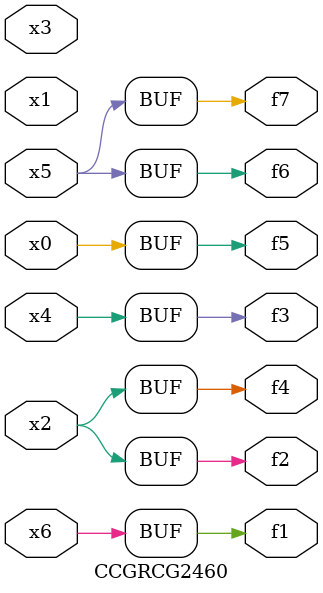
<source format=v>
module CCGRCG2460(
	input x0, x1, x2, x3, x4, x5, x6,
	output f1, f2, f3, f4, f5, f6, f7
);
	assign f1 = x6;
	assign f2 = x2;
	assign f3 = x4;
	assign f4 = x2;
	assign f5 = x0;
	assign f6 = x5;
	assign f7 = x5;
endmodule

</source>
